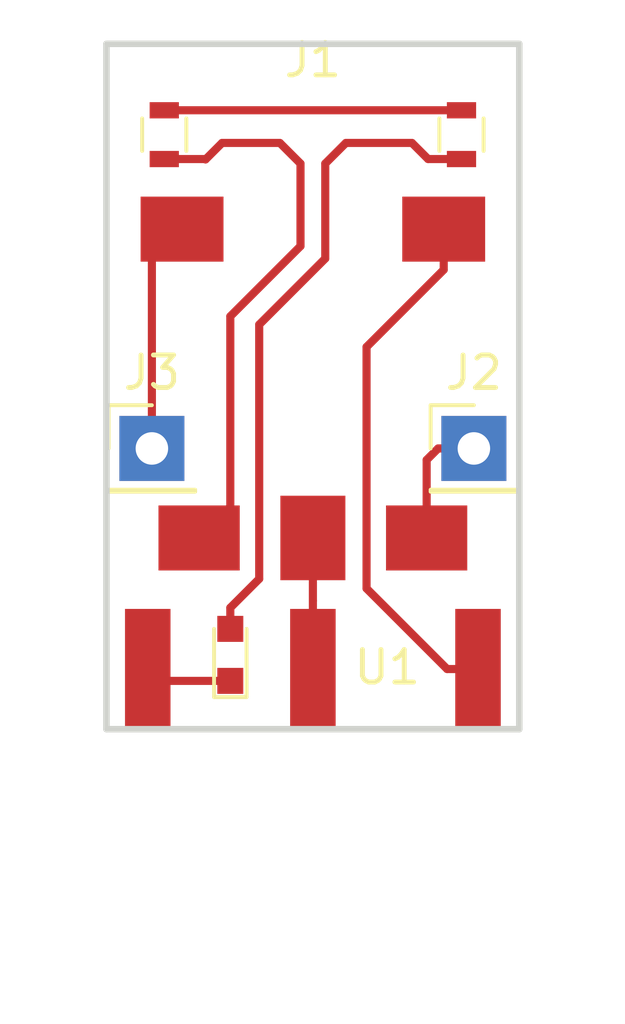
<source format=kicad_pcb>
(kicad_pcb (version 20171130) (host pcbnew "(5.0.0-rc2-dev-311-g1dd4af297)")

  (general
    (thickness 1.6)
    (drawings 4)
    (tracks 33)
    (zones 0)
    (modules 7)
    (nets 8)
  )

  (page A4)
  (layers
    (0 F.Cu signal)
    (31 B.Cu signal)
    (32 B.Adhes user)
    (33 F.Adhes user)
    (34 B.Paste user)
    (35 F.Paste user)
    (36 B.SilkS user)
    (37 F.SilkS user)
    (38 B.Mask user)
    (39 F.Mask user)
    (40 Dwgs.User user)
    (41 Cmts.User user)
    (42 Eco1.User user)
    (43 Eco2.User user)
    (44 Edge.Cuts user)
    (45 Margin user)
    (46 B.CrtYd user)
    (47 F.CrtYd user)
    (48 B.Fab user)
    (49 F.Fab user)
  )

  (setup
    (last_trace_width 0.25)
    (trace_clearance 0.2)
    (zone_clearance 0.508)
    (zone_45_only no)
    (trace_min 0.2)
    (segment_width 0.2)
    (edge_width 0.15)
    (via_size 0.8)
    (via_drill 0.4)
    (via_min_size 0.4)
    (via_min_drill 0.3)
    (uvia_size 0.3)
    (uvia_drill 0.1)
    (uvias_allowed no)
    (uvia_min_size 0.2)
    (uvia_min_drill 0.1)
    (pcb_text_width 0.3)
    (pcb_text_size 1.5 1.5)
    (mod_edge_width 0.15)
    (mod_text_size 1 1)
    (mod_text_width 0.15)
    (pad_size 2 2)
    (pad_drill 1)
    (pad_to_mask_clearance 0.2)
    (aux_axis_origin 168.148 75.692)
    (grid_origin 168.148 75.692)
    (visible_elements 7FFFFFFF)
    (pcbplotparams
      (layerselection 0x010fc_ffffffff)
      (usegerberextensions false)
      (usegerberattributes false)
      (usegerberadvancedattributes false)
      (creategerberjobfile false)
      (excludeedgelayer true)
      (linewidth 0.100000)
      (plotframeref false)
      (viasonmask false)
      (mode 1)
      (useauxorigin false)
      (hpglpennumber 1)
      (hpglpenspeed 20)
      (hpglpendiameter 15)
      (psnegative false)
      (psa4output false)
      (plotreference true)
      (plotvalue true)
      (plotinvisibletext false)
      (padsonsilk false)
      (subtractmaskfromsilk false)
      (outputformat 1)
      (mirror false)
      (drillshape 1)
      (scaleselection 1)
      (outputdirectory ""))
  )

  (net 0 "")
  (net 1 "Net-(D1-Pad2)")
  (net 2 /LED)
  (net 3 /SWITCH)
  (net 4 +3V3)
  (net 5 GND)
  (net 6 /SIG)
  (net 7 "Net-(R1-Pad1)")

  (net_class Default "This is the default net class."
    (clearance 0.2)
    (trace_width 0.25)
    (via_dia 0.8)
    (via_drill 0.4)
    (uvia_dia 0.3)
    (uvia_drill 0.1)
    (add_net +3V3)
    (add_net /LED)
    (add_net /SIG)
    (add_net /SWITCH)
    (add_net GND)
    (add_net "Net-(D1-Pad2)")
    (add_net "Net-(R1-Pad1)")
  )

  (module mpio:D2FS-FL-N-T (layer F.Cu) (tedit 5B507DE0) (tstamp 5B5A467C)
    (at 168.148 96.774 180)
    (path /5B51FB08)
    (fp_text reference U1 (at -2.286 1.905 180) (layer F.SilkS)
      (effects (font (size 1 1) (thickness 0.15)))
    )
    (fp_text value switch_no_nc_3pin (at 0 -5 180) (layer F.Fab)
      (effects (font (size 1 1) (thickness 0.15)))
    )
    (fp_text user N.C. (at 0 -3 180) (layer F.CrtYd)
      (effects (font (size 0.7 0.7) (thickness 0.175)))
    )
    (fp_line (start 5 -2.5) (end 5 -0.5) (layer F.CrtYd) (width 0.15))
    (fp_line (start -5 -2.5) (end 5 -2.5) (layer F.CrtYd) (width 0.15))
    (fp_line (start -5 -1.5) (end -5 -2.5) (layer F.CrtYd) (width 0.15))
    (fp_text user N.O. (at -2.5 -1.5 180) (layer F.CrtYd)
      (effects (font (size 0.7 0.7) (thickness 0.175)))
    )
    (fp_line (start 0 -1) (end 0 -0.5) (layer F.CrtYd) (width 0.15))
    (fp_line (start -5 -1) (end 0 -1) (layer F.CrtYd) (width 0.15))
    (fp_line (start -5 -0.5) (end -5 -1) (layer F.CrtYd) (width 0.15))
    (fp_line (start -2 -7) (end -2 -6.5) (layer F.CrtYd) (width 0.15))
    (fp_line (start -2.5 -7) (end -2 -7) (layer F.CrtYd) (width 0.15))
    (fp_line (start -2.5 -6.5) (end -2.5 -7) (layer F.CrtYd) (width 0.15))
    (fp_line (start -5.5 -6.5) (end 6.5 -9) (layer F.CrtYd) (width 0.15))
    (fp_line (start -6.4 -6.5) (end -6.4 0) (layer F.CrtYd) (width 0.15))
    (fp_line (start 6.4 -6.5) (end -6.4 -6.5) (layer F.CrtYd) (width 0.15))
    (fp_line (start 6.4 0) (end 6.4 -6.5) (layer F.CrtYd) (width 0.15))
    (fp_line (start -6.4 0) (end 6.4 0) (layer F.CrtYd) (width 0.15))
    (pad 3 smd rect (at 5.08 1.85 180) (size 1.4 3.7) (layers F.Cu F.Paste F.Mask)
      (net 2 /LED))
    (pad 2 smd rect (at 0 1.85 180) (size 1.4 3.7) (layers F.Cu F.Paste F.Mask)
      (net 3 /SWITCH))
    (pad 1 smd rect (at -5.08 1.85 180) (size 1.4 3.7) (layers F.Cu F.Paste F.Mask)
      (net 5 GND))
    (model ${KICADMPIO}/mpio.3dshapes/D2FS-FL-N-T/D2FS-FL-N-T.wrl
      (offset (xyz 3.25 1.5 -2.7))
      (scale (xyz 0.3937007874015748 0.3937007874015748 0.3937007874015748))
      (rotate (xyz 0 0 0))
    )
  )

  (module LEDs:LED_0603 (layer F.Cu) (tedit 5B5079C5) (tstamp 5B5A444B)
    (at 165.608 94.488 90)
    (descr "LED 0603 smd package")
    (tags "LED led 0603 SMD smd SMT smt smdled SMDLED smtled SMTLED")
    (path /5B51FDA4)
    (attr smd)
    (fp_text reference D1 (at 0 -1.25 90) (layer F.SilkS) hide
      (effects (font (size 1 1) (thickness 0.15)))
    )
    (fp_text value GREEN (at 0 1.35 90) (layer F.Fab)
      (effects (font (size 1 1) (thickness 0.15)))
    )
    (fp_line (start -1.3 -0.5) (end -1.3 0.5) (layer F.SilkS) (width 0.12))
    (fp_line (start -0.2 -0.2) (end -0.2 0.2) (layer F.Fab) (width 0.1))
    (fp_line (start -0.15 0) (end 0.15 -0.2) (layer F.Fab) (width 0.1))
    (fp_line (start 0.15 0.2) (end -0.15 0) (layer F.Fab) (width 0.1))
    (fp_line (start 0.15 -0.2) (end 0.15 0.2) (layer F.Fab) (width 0.1))
    (fp_line (start 0.8 0.4) (end -0.8 0.4) (layer F.Fab) (width 0.1))
    (fp_line (start 0.8 -0.4) (end 0.8 0.4) (layer F.Fab) (width 0.1))
    (fp_line (start -0.8 -0.4) (end 0.8 -0.4) (layer F.Fab) (width 0.1))
    (fp_line (start -0.8 0.4) (end -0.8 -0.4) (layer F.Fab) (width 0.1))
    (fp_line (start -1.3 0.5) (end 0.8 0.5) (layer F.SilkS) (width 0.12))
    (fp_line (start -1.3 -0.5) (end 0.8 -0.5) (layer F.SilkS) (width 0.12))
    (fp_line (start 1.45 -0.65) (end 1.45 0.65) (layer F.CrtYd) (width 0.05))
    (fp_line (start 1.45 0.65) (end -1.45 0.65) (layer F.CrtYd) (width 0.05))
    (fp_line (start -1.45 0.65) (end -1.45 -0.65) (layer F.CrtYd) (width 0.05))
    (fp_line (start -1.45 -0.65) (end 1.45 -0.65) (layer F.CrtYd) (width 0.05))
    (pad 2 smd rect (at 0.8 0 270) (size 0.8 0.8) (layers F.Cu F.Paste F.Mask)
      (net 1 "Net-(D1-Pad2)"))
    (pad 1 smd rect (at -0.8 0 270) (size 0.8 0.8) (layers F.Cu F.Paste F.Mask)
      (net 2 /LED))
    (model ${KISYS3DMOD}/LEDs.3dshapes/LED_0603.wrl
      (at (xyz 0 0 0))
      (scale (xyz 1 1 1))
      (rotate (xyz 0 0 180))
    )
  )

  (module mpio:1503_13_VP3 (layer F.Cu) (tedit 5B5060A5) (tstamp 5B5081B0)
    (at 168.148 75.692)
    (path /5B51FC35)
    (fp_text reference J1 (at 0 0.5) (layer F.SilkS)
      (effects (font (size 1 1) (thickness 0.15)))
    )
    (fp_text value Audio-Jack-4 (at 0 -0.5) (layer F.Fab)
      (effects (font (size 1 1) (thickness 0.15)))
    )
    (fp_line (start 0 0) (end 3 0) (layer F.SilkS) (width 0.15))
    (fp_line (start 3 0) (end 3 2.5) (layer F.CrtYd) (width 0.15))
    (fp_line (start 3 2.5) (end 3.5 2.5) (layer F.CrtYd) (width 0.15))
    (fp_line (start 3.5 2.5) (end 3.5 14.5) (layer F.CrtYd) (width 0.15))
    (fp_line (start 3.5 14.5) (end -3.5 14.5) (layer F.CrtYd) (width 0.15))
    (fp_line (start -3.5 14.5) (end -3.5 2.5) (layer F.CrtYd) (width 0.15))
    (fp_line (start -3.5 2.5) (end -3 2.5) (layer F.CrtYd) (width 0.15))
    (fp_line (start -3 2.5) (end -3 0) (layer F.CrtYd) (width 0.15))
    (fp_line (start -3 0) (end 0 0) (layer F.SilkS) (width 0.15))
    (pad "" np_thru_hole circle (at 1.75 4.5) (size 1.1 1.1) (drill 1.1) (layers *.Cu *.Mask))
    (pad "" np_thru_hole circle (at -1.75 4.5) (size 1.1 1.1) (drill 1.1) (layers *.Cu *.Mask))
    (pad 2 smd rect (at 3.5 15.2) (size 2.5 2) (layers F.Cu F.Paste F.Mask)
      (net 6 /SIG))
    (pad 3 smd rect (at -3.5 15.2) (size 2.5 2) (layers F.Cu F.Paste F.Mask)
      (net 4 +3V3))
    (pad 4 smd rect (at -4.025 5.7) (size 2.55 2) (layers F.Cu F.Paste F.Mask)
      (net 5 GND))
    (pad 4 smd rect (at 4.025 5.7) (size 2.55 2) (layers F.Cu F.Paste F.Mask)
      (net 5 GND))
    (pad 1 smd rect (at 0 15.2) (size 2 2.6) (layers F.Cu F.Paste F.Mask)
      (net 3 /SWITCH))
    (model ${KICADMPIO}/mpio.3dshapes/1503_13_VP3/1503_13_VP3.wrl
      (at (xyz 0 0 0))
      (scale (xyz 0.3937 0.3937 0.3937))
      (rotate (xyz 0 0 0))
    )
  )

  (module Resistors_SMD:R_0603 (layer F.Cu) (tedit 5B5079BF) (tstamp 5B5A4B0F)
    (at 172.72 78.486 270)
    (descr "Resistor SMD 0603, reflow soldering, Vishay (see dcrcw.pdf)")
    (tags "resistor 0603")
    (path /5B51FDF9)
    (attr smd)
    (fp_text reference R1 (at 0 -1.45 270) (layer F.SilkS) hide
      (effects (font (size 1 1) (thickness 0.15)))
    )
    (fp_text value 110 (at 0 1.5 270) (layer F.Fab)
      (effects (font (size 1 1) (thickness 0.15)))
    )
    (fp_text user %R (at 0 0 270) (layer F.Fab)
      (effects (font (size 0.4 0.4) (thickness 0.075)))
    )
    (fp_line (start -0.8 0.4) (end -0.8 -0.4) (layer F.Fab) (width 0.1))
    (fp_line (start 0.8 0.4) (end -0.8 0.4) (layer F.Fab) (width 0.1))
    (fp_line (start 0.8 -0.4) (end 0.8 0.4) (layer F.Fab) (width 0.1))
    (fp_line (start -0.8 -0.4) (end 0.8 -0.4) (layer F.Fab) (width 0.1))
    (fp_line (start 0.5 0.68) (end -0.5 0.68) (layer F.SilkS) (width 0.12))
    (fp_line (start -0.5 -0.68) (end 0.5 -0.68) (layer F.SilkS) (width 0.12))
    (fp_line (start -1.25 -0.7) (end 1.25 -0.7) (layer F.CrtYd) (width 0.05))
    (fp_line (start -1.25 -0.7) (end -1.25 0.7) (layer F.CrtYd) (width 0.05))
    (fp_line (start 1.25 0.7) (end 1.25 -0.7) (layer F.CrtYd) (width 0.05))
    (fp_line (start 1.25 0.7) (end -1.25 0.7) (layer F.CrtYd) (width 0.05))
    (pad 1 smd rect (at -0.75 0 270) (size 0.5 0.9) (layers F.Cu F.Paste F.Mask)
      (net 7 "Net-(R1-Pad1)"))
    (pad 2 smd rect (at 0.75 0 270) (size 0.5 0.9) (layers F.Cu F.Paste F.Mask)
      (net 1 "Net-(D1-Pad2)"))
    (model ${KISYS3DMOD}/Resistors_SMD.3dshapes/R_0603.wrl
      (at (xyz 0 0 0))
      (scale (xyz 1 1 1))
      (rotate (xyz 0 0 0))
    )
  )

  (module Resistors_SMD:R_0603 (layer F.Cu) (tedit 5B5079C2) (tstamp 5B5A4499)
    (at 163.576 78.486 90)
    (descr "Resistor SMD 0603, reflow soldering, Vishay (see dcrcw.pdf)")
    (tags "resistor 0603")
    (path /5B51FEC9)
    (attr smd)
    (fp_text reference R2 (at 0 -1.45 90) (layer F.SilkS) hide
      (effects (font (size 1 1) (thickness 0.15)))
    )
    (fp_text value 110 (at 0 1.5 90) (layer F.Fab)
      (effects (font (size 1 1) (thickness 0.15)))
    )
    (fp_line (start 1.25 0.7) (end -1.25 0.7) (layer F.CrtYd) (width 0.05))
    (fp_line (start 1.25 0.7) (end 1.25 -0.7) (layer F.CrtYd) (width 0.05))
    (fp_line (start -1.25 -0.7) (end -1.25 0.7) (layer F.CrtYd) (width 0.05))
    (fp_line (start -1.25 -0.7) (end 1.25 -0.7) (layer F.CrtYd) (width 0.05))
    (fp_line (start -0.5 -0.68) (end 0.5 -0.68) (layer F.SilkS) (width 0.12))
    (fp_line (start 0.5 0.68) (end -0.5 0.68) (layer F.SilkS) (width 0.12))
    (fp_line (start -0.8 -0.4) (end 0.8 -0.4) (layer F.Fab) (width 0.1))
    (fp_line (start 0.8 -0.4) (end 0.8 0.4) (layer F.Fab) (width 0.1))
    (fp_line (start 0.8 0.4) (end -0.8 0.4) (layer F.Fab) (width 0.1))
    (fp_line (start -0.8 0.4) (end -0.8 -0.4) (layer F.Fab) (width 0.1))
    (fp_text user %R (at 0 0 90) (layer F.Fab)
      (effects (font (size 0.4 0.4) (thickness 0.075)))
    )
    (pad 2 smd rect (at 0.75 0 90) (size 0.5 0.9) (layers F.Cu F.Paste F.Mask)
      (net 7 "Net-(R1-Pad1)"))
    (pad 1 smd rect (at -0.75 0 90) (size 0.5 0.9) (layers F.Cu F.Paste F.Mask)
      (net 4 +3V3))
    (model ${KISYS3DMOD}/Resistors_SMD.3dshapes/R_0603.wrl
      (at (xyz 0 0 0))
      (scale (xyz 1 1 1))
      (rotate (xyz 0 0 0))
    )
  )

  (module Pin_Headers:Pin_Header_Straight_1x01_Pitch2.54mm (layer F.Cu) (tedit 5B507D24) (tstamp 5B63D903)
    (at 173.101 88.138)
    (descr "Through hole straight pin header, 1x01, 2.54mm pitch, single row")
    (tags "Through hole pin header THT 1x01 2.54mm single row")
    (path /5B522CB8)
    (fp_text reference J2 (at 0 -2.33) (layer F.SilkS)
      (effects (font (size 1 1) (thickness 0.15)))
    )
    (fp_text value Conn_01x01 (at 0 2.33) (layer F.Fab)
      (effects (font (size 1 1) (thickness 0.15)))
    )
    (fp_line (start -0.635 -1.27) (end 1.27 -1.27) (layer F.Fab) (width 0.1))
    (fp_line (start 1.27 -1.27) (end 1.27 1.27) (layer F.Fab) (width 0.1))
    (fp_line (start 1.27 1.27) (end -1.27 1.27) (layer F.Fab) (width 0.1))
    (fp_line (start -1.27 1.27) (end -1.27 -0.635) (layer F.Fab) (width 0.1))
    (fp_line (start -1.27 -0.635) (end -0.635 -1.27) (layer F.Fab) (width 0.1))
    (fp_line (start -1.33 1.33) (end 1.33 1.33) (layer F.SilkS) (width 0.12))
    (fp_line (start -1.33 1.27) (end -1.33 1.33) (layer F.SilkS) (width 0.12))
    (fp_line (start 1.33 1.27) (end 1.33 1.33) (layer F.SilkS) (width 0.12))
    (fp_line (start -1.33 1.27) (end 1.33 1.27) (layer F.SilkS) (width 0.12))
    (fp_line (start -1.33 0) (end -1.33 -1.33) (layer F.SilkS) (width 0.12))
    (fp_line (start -1.33 -1.33) (end 0 -1.33) (layer F.SilkS) (width 0.12))
    (fp_line (start -1.8 -1.8) (end -1.8 1.8) (layer F.CrtYd) (width 0.05))
    (fp_line (start -1.8 1.8) (end 1.8 1.8) (layer F.CrtYd) (width 0.05))
    (fp_line (start 1.8 1.8) (end 1.8 -1.8) (layer F.CrtYd) (width 0.05))
    (fp_line (start 1.8 -1.8) (end -1.8 -1.8) (layer F.CrtYd) (width 0.05))
    (fp_text user %R (at 0 0 90) (layer F.Fab)
      (effects (font (size 1 1) (thickness 0.15)))
    )
    (pad 1 thru_hole rect (at 0 0) (size 2 2) (drill 1) (layers *.Cu *.Mask)
      (net 6 /SIG))
    (model ${KISYS3DMOD}/Pin_Headers.3dshapes/Pin_Header_Straight_1x01_Pitch2.54mm.wrl
      (at (xyz 0 0 0))
      (scale (xyz 1 1 1))
      (rotate (xyz 0 0 0))
    )
  )

  (module Pin_Headers:Pin_Header_Straight_1x01_Pitch2.54mm (layer F.Cu) (tedit 5B507D1A) (tstamp 5B63D918)
    (at 163.195 88.138)
    (descr "Through hole straight pin header, 1x01, 2.54mm pitch, single row")
    (tags "Through hole pin header THT 1x01 2.54mm single row")
    (path /5B522CE8)
    (fp_text reference J3 (at 0 -2.33) (layer F.SilkS)
      (effects (font (size 1 1) (thickness 0.15)))
    )
    (fp_text value Conn_01x01 (at 0 2.33) (layer F.Fab)
      (effects (font (size 1 1) (thickness 0.15)))
    )
    (fp_text user %R (at 0 0 90) (layer F.Fab)
      (effects (font (size 1 1) (thickness 0.15)))
    )
    (fp_line (start 1.8 -1.8) (end -1.8 -1.8) (layer F.CrtYd) (width 0.05))
    (fp_line (start 1.8 1.8) (end 1.8 -1.8) (layer F.CrtYd) (width 0.05))
    (fp_line (start -1.8 1.8) (end 1.8 1.8) (layer F.CrtYd) (width 0.05))
    (fp_line (start -1.8 -1.8) (end -1.8 1.8) (layer F.CrtYd) (width 0.05))
    (fp_line (start -1.33 -1.33) (end 0 -1.33) (layer F.SilkS) (width 0.12))
    (fp_line (start -1.33 0) (end -1.33 -1.33) (layer F.SilkS) (width 0.12))
    (fp_line (start -1.33 1.27) (end 1.33 1.27) (layer F.SilkS) (width 0.12))
    (fp_line (start 1.33 1.27) (end 1.33 1.33) (layer F.SilkS) (width 0.12))
    (fp_line (start -1.33 1.27) (end -1.33 1.33) (layer F.SilkS) (width 0.12))
    (fp_line (start -1.33 1.33) (end 1.33 1.33) (layer F.SilkS) (width 0.12))
    (fp_line (start -1.27 -0.635) (end -0.635 -1.27) (layer F.Fab) (width 0.1))
    (fp_line (start -1.27 1.27) (end -1.27 -0.635) (layer F.Fab) (width 0.1))
    (fp_line (start 1.27 1.27) (end -1.27 1.27) (layer F.Fab) (width 0.1))
    (fp_line (start 1.27 -1.27) (end 1.27 1.27) (layer F.Fab) (width 0.1))
    (fp_line (start -0.635 -1.27) (end 1.27 -1.27) (layer F.Fab) (width 0.1))
    (pad 1 thru_hole rect (at 0 0) (size 2 2) (drill 1) (layers *.Cu *.Mask)
      (net 5 GND))
    (model ${KISYS3DMOD}/Pin_Headers.3dshapes/Pin_Header_Straight_1x01_Pitch2.54mm.wrl
      (at (xyz 0 0 0))
      (scale (xyz 1 1 1))
      (rotate (xyz 0 0 0))
    )
  )

  (gr_line (start 161.798 75.692) (end 161.798 96.774) (layer Edge.Cuts) (width 0.2))
  (gr_line (start 174.498 75.692) (end 161.798 75.692) (layer Edge.Cuts) (width 0.2))
  (gr_line (start 174.498 96.774) (end 174.498 75.692) (layer Edge.Cuts) (width 0.2))
  (gr_line (start 161.798 96.774) (end 174.498 96.774) (layer Edge.Cuts) (width 0.2))

  (segment (start 168.529 82.296) (end 166.497 84.328) (width 0.25) (layer F.Cu) (net 1))
  (segment (start 168.529 79.375) (end 168.529 82.296) (width 0.25) (layer F.Cu) (net 1))
  (segment (start 166.497 92.149) (end 165.608 93.038) (width 0.25) (layer F.Cu) (net 1))
  (segment (start 169.164 78.74) (end 168.529 79.375) (width 0.25) (layer F.Cu) (net 1))
  (segment (start 171.196 78.74) (end 169.164 78.74) (width 0.25) (layer F.Cu) (net 1))
  (segment (start 172.72 79.236) (end 171.692 79.236) (width 0.25) (layer F.Cu) (net 1) (status 10))
  (segment (start 171.692 79.236) (end 171.196 78.74) (width 0.25) (layer F.Cu) (net 1))
  (segment (start 166.497 84.328) (end 166.497 92.149) (width 0.25) (layer F.Cu) (net 1))
  (segment (start 165.608 93.038) (end 165.608 93.688) (width 0.25) (layer F.Cu) (net 1) (status 20))
  (segment (start 165.608 95.288) (end 163.432 95.288) (width 0.25) (layer F.Cu) (net 2) (status 30))
  (segment (start 163.432 95.288) (end 163.068 94.924) (width 0.25) (layer F.Cu) (net 2) (status 30))
  (segment (start 168.148 94.924) (end 168.148 92.824) (width 0.25) (layer F.Cu) (net 3) (status 10))
  (segment (start 168.148 92.824) (end 168.148 90.892) (width 0.25) (layer F.Cu) (net 3) (status 20))
  (segment (start 167.767 79.375) (end 167.767 81.915) (width 0.25) (layer F.Cu) (net 4))
  (segment (start 167.132 78.74) (end 167.767 79.375) (width 0.25) (layer F.Cu) (net 4))
  (segment (start 165.354 78.74) (end 167.132 78.74) (width 0.25) (layer F.Cu) (net 4))
  (segment (start 164.834 79.236) (end 164.846 79.248) (width 0.25) (layer F.Cu) (net 4))
  (segment (start 164.846 79.248) (end 165.354 78.74) (width 0.25) (layer F.Cu) (net 4))
  (segment (start 163.576 79.236) (end 164.834 79.236) (width 0.25) (layer F.Cu) (net 4) (status 10))
  (segment (start 167.767 81.915) (end 165.608 84.074) (width 0.25) (layer F.Cu) (net 4))
  (segment (start 165.608 84.074) (end 165.608 89.932) (width 0.25) (layer F.Cu) (net 4) (status 20))
  (segment (start 165.608 89.932) (end 164.648 90.892) (width 0.25) (layer F.Cu) (net 4) (status 30))
  (segment (start 163.195 88.138) (end 163.195 82.32) (width 0.25) (layer F.Cu) (net 5))
  (segment (start 163.195 82.32) (end 164.123 81.392) (width 0.25) (layer F.Cu) (net 5))
  (segment (start 169.799 85.016) (end 169.799 92.445) (width 0.25) (layer F.Cu) (net 5))
  (segment (start 169.799 92.445) (end 172.278 94.924) (width 0.25) (layer F.Cu) (net 5))
  (segment (start 172.278 94.924) (end 173.228 94.924) (width 0.25) (layer F.Cu) (net 5) (status 20))
  (segment (start 172.173 81.392) (end 172.173 82.642) (width 0.25) (layer F.Cu) (net 5) (status 10))
  (segment (start 172.173 82.642) (end 169.799 85.016) (width 0.25) (layer F.Cu) (net 5))
  (segment (start 171.648 90.892) (end 171.648 88.491) (width 0.25) (layer F.Cu) (net 6))
  (segment (start 171.648 88.491) (end 172.001 88.138) (width 0.25) (layer F.Cu) (net 6))
  (segment (start 172.001 88.138) (end 173.101 88.138) (width 0.25) (layer F.Cu) (net 6))
  (segment (start 163.576 77.736) (end 172.72 77.736) (width 0.25) (layer F.Cu) (net 7) (status 30))

)

</source>
